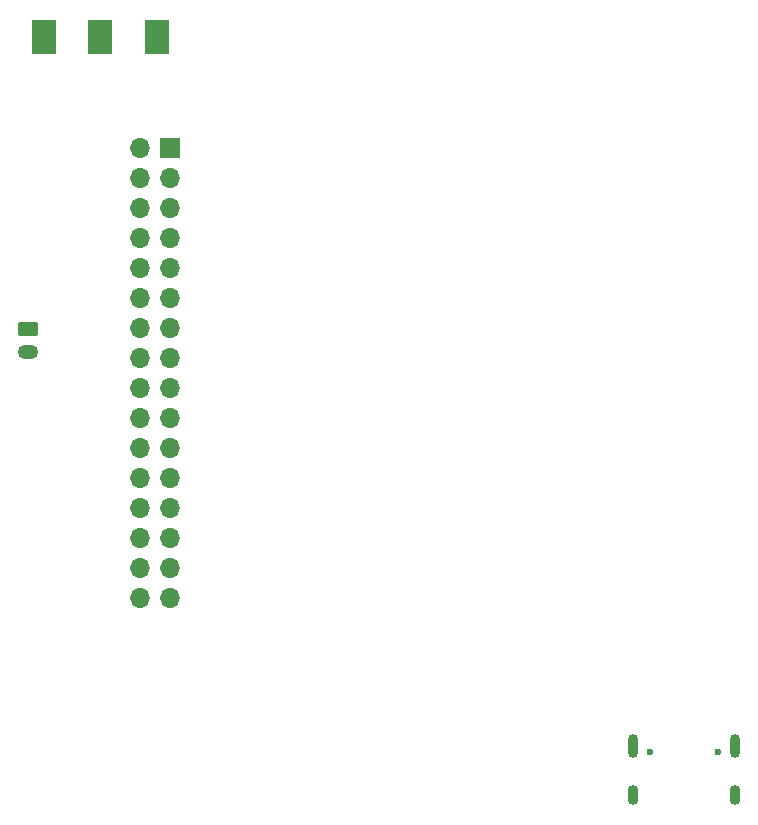
<source format=gbr>
%TF.GenerationSoftware,KiCad,Pcbnew,9.0.0*%
%TF.CreationDate,2025-05-16T05:55:15+02:00*%
%TF.ProjectId,EEE3088F Micromouse Design,45454533-3038-4384-9620-4d6963726f6d,rev?*%
%TF.SameCoordinates,Original*%
%TF.FileFunction,Soldermask,Bot*%
%TF.FilePolarity,Negative*%
%FSLAX46Y46*%
G04 Gerber Fmt 4.6, Leading zero omitted, Abs format (unit mm)*
G04 Created by KiCad (PCBNEW 9.0.0) date 2025-05-16 05:55:15*
%MOMM*%
%LPD*%
G01*
G04 APERTURE LIST*
G04 Aperture macros list*
%AMRoundRect*
0 Rectangle with rounded corners*
0 $1 Rounding radius*
0 $2 $3 $4 $5 $6 $7 $8 $9 X,Y pos of 4 corners*
0 Add a 4 corners polygon primitive as box body*
4,1,4,$2,$3,$4,$5,$6,$7,$8,$9,$2,$3,0*
0 Add four circle primitives for the rounded corners*
1,1,$1+$1,$2,$3*
1,1,$1+$1,$4,$5*
1,1,$1+$1,$6,$7*
1,1,$1+$1,$8,$9*
0 Add four rect primitives between the rounded corners*
20,1,$1+$1,$2,$3,$4,$5,0*
20,1,$1+$1,$4,$5,$6,$7,0*
20,1,$1+$1,$6,$7,$8,$9,0*
20,1,$1+$1,$8,$9,$2,$3,0*%
G04 Aperture macros list end*
%ADD10RoundRect,0.250000X-0.625000X0.350000X-0.625000X-0.350000X0.625000X-0.350000X0.625000X0.350000X0*%
%ADD11O,1.750000X1.200000*%
%ADD12R,2.000000X3.000000*%
%ADD13R,1.700000X1.700000*%
%ADD14O,1.700000X1.700000*%
%ADD15C,0.600000*%
%ADD16O,0.900000X2.000000*%
%ADD17O,0.900000X1.700000*%
G04 APERTURE END LIST*
D10*
%TO.C,J2*%
X64816000Y-105464000D03*
D11*
X64816000Y-107464000D03*
%TD*%
D12*
%TO.C,SW1*%
X66106000Y-80774000D03*
X70906000Y-80774000D03*
X75706000Y-80774000D03*
%TD*%
D13*
%TO.C,J1*%
X76836000Y-90144000D03*
D14*
X74296000Y-90144000D03*
X76836000Y-92684000D03*
X74296000Y-92684000D03*
X76836000Y-95224000D03*
X74296000Y-95224000D03*
X76836000Y-97764000D03*
X74296000Y-97764000D03*
X76836000Y-100304000D03*
X74296000Y-100304000D03*
X76836000Y-102844000D03*
X74296000Y-102844000D03*
X76836000Y-105384000D03*
X74296000Y-105384000D03*
X76836000Y-107924000D03*
X74296000Y-107924000D03*
X76836000Y-110464000D03*
X74296000Y-110464000D03*
X76836000Y-113004000D03*
X74296000Y-113004000D03*
X76836000Y-115544000D03*
X74296000Y-115544000D03*
X76836000Y-118084000D03*
X74296000Y-118084000D03*
X76836000Y-120624000D03*
X74296000Y-120624000D03*
X76836000Y-123164000D03*
X74296000Y-123164000D03*
X76836000Y-125704000D03*
X74296000Y-125704000D03*
X76836000Y-128244000D03*
X74296000Y-128244000D03*
%TD*%
D15*
%TO.C,J3*%
X117416000Y-141294000D03*
X123196000Y-141294000D03*
D16*
X115981000Y-140804000D03*
X124631000Y-140804000D03*
D17*
X115981000Y-144974000D03*
X124631000Y-144974000D03*
%TD*%
M02*

</source>
